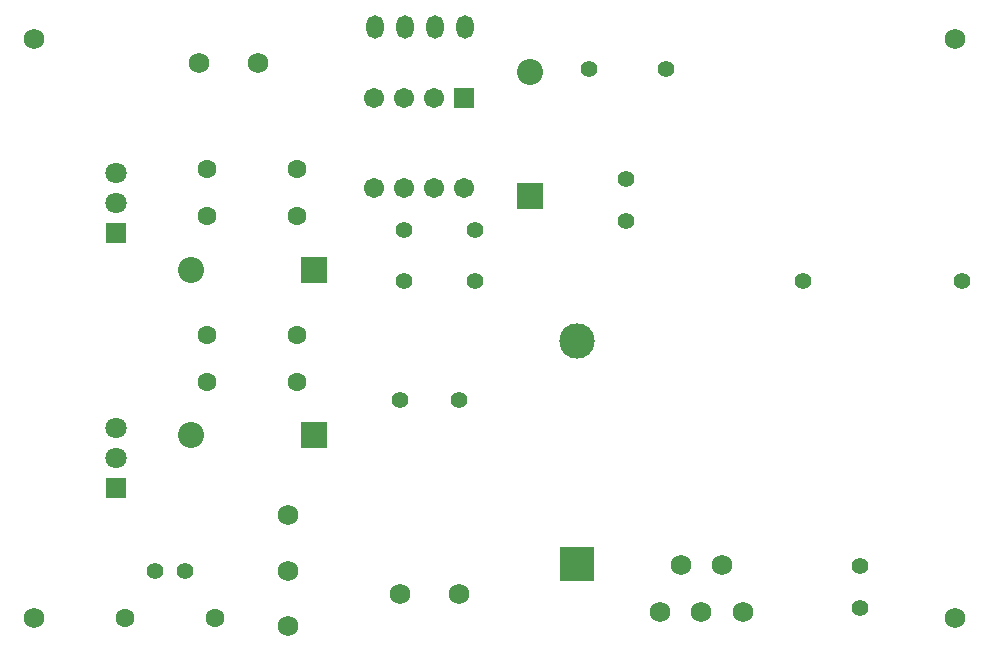
<source format=gbs>
G04*
G04 #@! TF.GenerationSoftware,Altium Limited,Altium Designer,20.0.11 (256)*
G04*
G04 Layer_Color=16711935*
%FSLAX25Y25*%
%MOIN*%
G70*
G01*
G75*
%ADD19C,0.05524*%
%ADD20R,0.08674X0.08674*%
%ADD21C,0.08674*%
%ADD22C,0.11824*%
%ADD23R,0.11824X0.11824*%
%ADD24C,0.06312*%
%ADD25R,0.08674X0.08674*%
%ADD26C,0.06706*%
%ADD27R,0.06706X0.06706*%
%ADD28O,0.05800X0.07800*%
%ADD29C,0.06800*%
%ADD30C,0.07099*%
%ADD31R,0.07099X0.07099*%
D19*
X299000Y31000D02*
D03*
Y17221D02*
D03*
X208661Y196850D02*
D03*
X234252D02*
D03*
X221000Y160000D02*
D03*
Y146221D02*
D03*
X147000Y126000D02*
D03*
X170622D02*
D03*
X147000Y143000D02*
D03*
X170622D02*
D03*
X145669Y86614D02*
D03*
X165354D02*
D03*
X63898Y29528D02*
D03*
X73898D02*
D03*
X280000Y126000D02*
D03*
X333150D02*
D03*
D20*
X188976Y154606D02*
D03*
D21*
Y195787D02*
D03*
X75866Y129921D02*
D03*
Y74803D02*
D03*
D22*
X204724Y105984D02*
D03*
D23*
Y31811D02*
D03*
D24*
X111457Y108268D02*
D03*
X81457D02*
D03*
X111457Y147638D02*
D03*
X81457D02*
D03*
X111457Y163386D02*
D03*
X81457D02*
D03*
X111457Y92520D02*
D03*
X81457D02*
D03*
X53898Y13780D02*
D03*
X83898D02*
D03*
D25*
X117047Y129921D02*
D03*
Y74803D02*
D03*
D26*
X137000Y157000D02*
D03*
X147000D02*
D03*
X157000D02*
D03*
X167000D02*
D03*
X137000Y187000D02*
D03*
X147000D02*
D03*
X157000D02*
D03*
D27*
X167000D02*
D03*
D28*
X137480Y210630D02*
D03*
X167480D02*
D03*
X157480D02*
D03*
X147480D02*
D03*
D29*
X78740Y198819D02*
D03*
X98425D02*
D03*
X108268Y48031D02*
D03*
Y29528D02*
D03*
Y11024D02*
D03*
X330709Y13780D02*
D03*
Y206693D02*
D03*
X23622D02*
D03*
Y13780D02*
D03*
X232283Y15748D02*
D03*
X239173Y31496D02*
D03*
X246063Y15748D02*
D03*
X252953Y31496D02*
D03*
X259842Y15748D02*
D03*
X145669Y21654D02*
D03*
X165354D02*
D03*
D30*
X51000Y77000D02*
D03*
Y67000D02*
D03*
Y162000D02*
D03*
Y152000D02*
D03*
D31*
Y57000D02*
D03*
Y142000D02*
D03*
M02*

</source>
